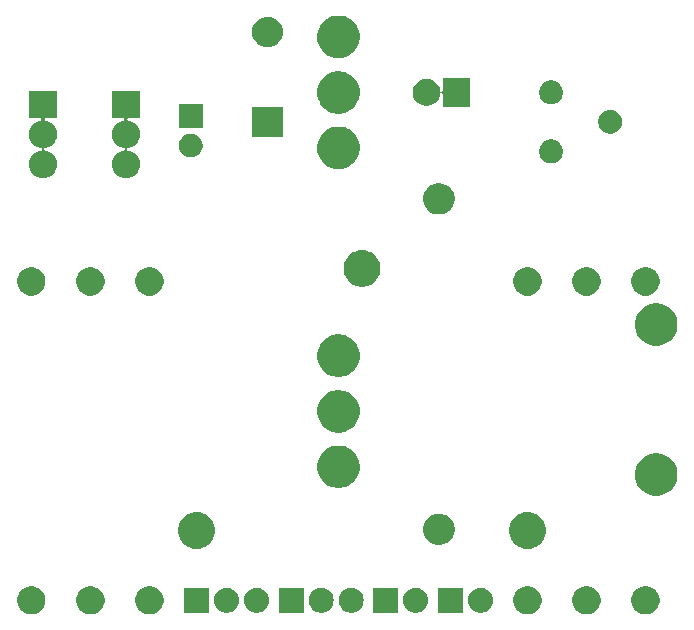
<source format=gbr>
G04 #@! TF.GenerationSoftware,KiCad,Pcbnew,(5.0.1-3-g963ef8bb5)*
G04 #@! TF.CreationDate,2019-04-18T21:55:15-06:00*
G04 #@! TF.ProjectId,NuisanceEngine,4E756973616E6365456E67696E652E6B,rev?*
G04 #@! TF.SameCoordinates,Original*
G04 #@! TF.FileFunction,Soldermask,Bot*
G04 #@! TF.FilePolarity,Negative*
%FSLAX46Y46*%
G04 Gerber Fmt 4.6, Leading zero omitted, Abs format (unit mm)*
G04 Created by KiCad (PCBNEW (5.0.1-3-g963ef8bb5)) date Thursday, 18 April 2019 at 21:55:15*
%MOMM*%
%LPD*%
G01*
G04 APERTURE LIST*
%ADD10C,0.100000*%
G04 APERTURE END LIST*
D10*
G36*
X106350026Y-96846115D02*
X106568412Y-96936573D01*
X106764958Y-97067901D01*
X106932099Y-97235042D01*
X107063427Y-97431588D01*
X107153885Y-97649974D01*
X107200000Y-97881809D01*
X107200000Y-98118191D01*
X107153885Y-98350026D01*
X107063427Y-98568412D01*
X106932099Y-98764958D01*
X106764958Y-98932099D01*
X106568412Y-99063427D01*
X106350026Y-99153885D01*
X106118191Y-99200000D01*
X105881809Y-99200000D01*
X105649974Y-99153885D01*
X105431588Y-99063427D01*
X105235042Y-98932099D01*
X105067901Y-98764958D01*
X104936573Y-98568412D01*
X104846115Y-98350026D01*
X104800000Y-98118191D01*
X104800000Y-97881809D01*
X104846115Y-97649974D01*
X104936573Y-97431588D01*
X105067901Y-97235042D01*
X105235042Y-97067901D01*
X105431588Y-96936573D01*
X105649974Y-96846115D01*
X105881809Y-96800000D01*
X106118191Y-96800000D01*
X106350026Y-96846115D01*
X106350026Y-96846115D01*
G37*
G36*
X101350026Y-96846115D02*
X101568412Y-96936573D01*
X101764958Y-97067901D01*
X101932099Y-97235042D01*
X102063427Y-97431588D01*
X102153885Y-97649974D01*
X102200000Y-97881809D01*
X102200000Y-98118191D01*
X102153885Y-98350026D01*
X102063427Y-98568412D01*
X101932099Y-98764958D01*
X101764958Y-98932099D01*
X101568412Y-99063427D01*
X101350026Y-99153885D01*
X101118191Y-99200000D01*
X100881809Y-99200000D01*
X100649974Y-99153885D01*
X100431588Y-99063427D01*
X100235042Y-98932099D01*
X100067901Y-98764958D01*
X99936573Y-98568412D01*
X99846115Y-98350026D01*
X99800000Y-98118191D01*
X99800000Y-97881809D01*
X99846115Y-97649974D01*
X99936573Y-97431588D01*
X100067901Y-97235042D01*
X100235042Y-97067901D01*
X100431588Y-96936573D01*
X100649974Y-96846115D01*
X100881809Y-96800000D01*
X101118191Y-96800000D01*
X101350026Y-96846115D01*
X101350026Y-96846115D01*
G37*
G36*
X96350026Y-96846115D02*
X96568412Y-96936573D01*
X96764958Y-97067901D01*
X96932099Y-97235042D01*
X97063427Y-97431588D01*
X97153885Y-97649974D01*
X97200000Y-97881809D01*
X97200000Y-98118191D01*
X97153885Y-98350026D01*
X97063427Y-98568412D01*
X96932099Y-98764958D01*
X96764958Y-98932099D01*
X96568412Y-99063427D01*
X96350026Y-99153885D01*
X96118191Y-99200000D01*
X95881809Y-99200000D01*
X95649974Y-99153885D01*
X95431588Y-99063427D01*
X95235042Y-98932099D01*
X95067901Y-98764958D01*
X94936573Y-98568412D01*
X94846115Y-98350026D01*
X94800000Y-98118191D01*
X94800000Y-97881809D01*
X94846115Y-97649974D01*
X94936573Y-97431588D01*
X95067901Y-97235042D01*
X95235042Y-97067901D01*
X95431588Y-96936573D01*
X95649974Y-96846115D01*
X95881809Y-96800000D01*
X96118191Y-96800000D01*
X96350026Y-96846115D01*
X96350026Y-96846115D01*
G37*
G36*
X64350026Y-96846115D02*
X64568412Y-96936573D01*
X64764958Y-97067901D01*
X64932099Y-97235042D01*
X65063427Y-97431588D01*
X65153885Y-97649974D01*
X65200000Y-97881809D01*
X65200000Y-98118191D01*
X65153885Y-98350026D01*
X65063427Y-98568412D01*
X64932099Y-98764958D01*
X64764958Y-98932099D01*
X64568412Y-99063427D01*
X64350026Y-99153885D01*
X64118191Y-99200000D01*
X63881809Y-99200000D01*
X63649974Y-99153885D01*
X63431588Y-99063427D01*
X63235042Y-98932099D01*
X63067901Y-98764958D01*
X62936573Y-98568412D01*
X62846115Y-98350026D01*
X62800000Y-98118191D01*
X62800000Y-97881809D01*
X62846115Y-97649974D01*
X62936573Y-97431588D01*
X63067901Y-97235042D01*
X63235042Y-97067901D01*
X63431588Y-96936573D01*
X63649974Y-96846115D01*
X63881809Y-96800000D01*
X64118191Y-96800000D01*
X64350026Y-96846115D01*
X64350026Y-96846115D01*
G37*
G36*
X59350026Y-96846115D02*
X59568412Y-96936573D01*
X59764958Y-97067901D01*
X59932099Y-97235042D01*
X60063427Y-97431588D01*
X60153885Y-97649974D01*
X60200000Y-97881809D01*
X60200000Y-98118191D01*
X60153885Y-98350026D01*
X60063427Y-98568412D01*
X59932099Y-98764958D01*
X59764958Y-98932099D01*
X59568412Y-99063427D01*
X59350026Y-99153885D01*
X59118191Y-99200000D01*
X58881809Y-99200000D01*
X58649974Y-99153885D01*
X58431588Y-99063427D01*
X58235042Y-98932099D01*
X58067901Y-98764958D01*
X57936573Y-98568412D01*
X57846115Y-98350026D01*
X57800000Y-98118191D01*
X57800000Y-97881809D01*
X57846115Y-97649974D01*
X57936573Y-97431588D01*
X58067901Y-97235042D01*
X58235042Y-97067901D01*
X58431588Y-96936573D01*
X58649974Y-96846115D01*
X58881809Y-96800000D01*
X59118191Y-96800000D01*
X59350026Y-96846115D01*
X59350026Y-96846115D01*
G37*
G36*
X54350026Y-96846115D02*
X54568412Y-96936573D01*
X54764958Y-97067901D01*
X54932099Y-97235042D01*
X55063427Y-97431588D01*
X55153885Y-97649974D01*
X55200000Y-97881809D01*
X55200000Y-98118191D01*
X55153885Y-98350026D01*
X55063427Y-98568412D01*
X54932099Y-98764958D01*
X54764958Y-98932099D01*
X54568412Y-99063427D01*
X54350026Y-99153885D01*
X54118191Y-99200000D01*
X53881809Y-99200000D01*
X53649974Y-99153885D01*
X53431588Y-99063427D01*
X53235042Y-98932099D01*
X53067901Y-98764958D01*
X52936573Y-98568412D01*
X52846115Y-98350026D01*
X52800000Y-98118191D01*
X52800000Y-97881809D01*
X52846115Y-97649974D01*
X52936573Y-97431588D01*
X53067901Y-97235042D01*
X53235042Y-97067901D01*
X53431588Y-96936573D01*
X53649974Y-96846115D01*
X53881809Y-96800000D01*
X54118191Y-96800000D01*
X54350026Y-96846115D01*
X54350026Y-96846115D01*
G37*
G36*
X77050000Y-99050000D02*
X74950000Y-99050000D01*
X74950000Y-96950000D01*
X77050000Y-96950000D01*
X77050000Y-99050000D01*
X77050000Y-99050000D01*
G37*
G36*
X73208707Y-96957596D02*
X73285836Y-96965193D01*
X73417787Y-97005220D01*
X73483763Y-97025233D01*
X73666172Y-97122733D01*
X73826054Y-97253946D01*
X73957267Y-97413828D01*
X74054767Y-97596237D01*
X74054767Y-97596238D01*
X74114807Y-97794164D01*
X74135080Y-98000000D01*
X74114807Y-98205836D01*
X74074780Y-98337787D01*
X74054767Y-98403763D01*
X73957267Y-98586172D01*
X73826054Y-98746054D01*
X73666172Y-98877267D01*
X73483763Y-98974767D01*
X73417787Y-98994780D01*
X73285836Y-99034807D01*
X73208707Y-99042403D01*
X73131580Y-99050000D01*
X73028420Y-99050000D01*
X72951293Y-99042403D01*
X72874164Y-99034807D01*
X72742213Y-98994780D01*
X72676237Y-98974767D01*
X72493828Y-98877267D01*
X72333946Y-98746054D01*
X72202733Y-98586172D01*
X72105233Y-98403763D01*
X72085220Y-98337787D01*
X72045193Y-98205836D01*
X72024920Y-98000000D01*
X72045193Y-97794164D01*
X72105233Y-97596238D01*
X72105233Y-97596237D01*
X72202733Y-97413828D01*
X72333946Y-97253946D01*
X72493828Y-97122733D01*
X72676237Y-97025233D01*
X72742213Y-97005220D01*
X72874164Y-96965193D01*
X72951293Y-96957596D01*
X73028420Y-96950000D01*
X73131580Y-96950000D01*
X73208707Y-96957596D01*
X73208707Y-96957596D01*
G37*
G36*
X70668707Y-96957596D02*
X70745836Y-96965193D01*
X70877787Y-97005220D01*
X70943763Y-97025233D01*
X71126172Y-97122733D01*
X71286054Y-97253946D01*
X71417267Y-97413828D01*
X71514767Y-97596237D01*
X71514767Y-97596238D01*
X71574807Y-97794164D01*
X71595080Y-98000000D01*
X71574807Y-98205836D01*
X71534780Y-98337787D01*
X71514767Y-98403763D01*
X71417267Y-98586172D01*
X71286054Y-98746054D01*
X71126172Y-98877267D01*
X70943763Y-98974767D01*
X70877787Y-98994780D01*
X70745836Y-99034807D01*
X70668707Y-99042403D01*
X70591580Y-99050000D01*
X70488420Y-99050000D01*
X70411293Y-99042403D01*
X70334164Y-99034807D01*
X70202213Y-98994780D01*
X70136237Y-98974767D01*
X69953828Y-98877267D01*
X69793946Y-98746054D01*
X69662733Y-98586172D01*
X69565233Y-98403763D01*
X69545220Y-98337787D01*
X69505193Y-98205836D01*
X69484920Y-98000000D01*
X69505193Y-97794164D01*
X69565233Y-97596238D01*
X69565233Y-97596237D01*
X69662733Y-97413828D01*
X69793946Y-97253946D01*
X69953828Y-97122733D01*
X70136237Y-97025233D01*
X70202213Y-97005220D01*
X70334164Y-96965193D01*
X70411293Y-96957596D01*
X70488420Y-96950000D01*
X70591580Y-96950000D01*
X70668707Y-96957596D01*
X70668707Y-96957596D01*
G37*
G36*
X69050000Y-99050000D02*
X66950000Y-99050000D01*
X66950000Y-96950000D01*
X69050000Y-96950000D01*
X69050000Y-99050000D01*
X69050000Y-99050000D01*
G37*
G36*
X92168707Y-96957596D02*
X92245836Y-96965193D01*
X92377787Y-97005220D01*
X92443763Y-97025233D01*
X92626172Y-97122733D01*
X92786054Y-97253946D01*
X92917267Y-97413828D01*
X93014767Y-97596237D01*
X93014767Y-97596238D01*
X93074807Y-97794164D01*
X93095080Y-98000000D01*
X93074807Y-98205836D01*
X93034780Y-98337787D01*
X93014767Y-98403763D01*
X92917267Y-98586172D01*
X92786054Y-98746054D01*
X92626172Y-98877267D01*
X92443763Y-98974767D01*
X92377787Y-98994780D01*
X92245836Y-99034807D01*
X92168707Y-99042403D01*
X92091580Y-99050000D01*
X91988420Y-99050000D01*
X91911293Y-99042403D01*
X91834164Y-99034807D01*
X91702213Y-98994780D01*
X91636237Y-98974767D01*
X91453828Y-98877267D01*
X91293946Y-98746054D01*
X91162733Y-98586172D01*
X91065233Y-98403763D01*
X91045220Y-98337787D01*
X91005193Y-98205836D01*
X90984920Y-98000000D01*
X91005193Y-97794164D01*
X91065233Y-97596238D01*
X91065233Y-97596237D01*
X91162733Y-97413828D01*
X91293946Y-97253946D01*
X91453828Y-97122733D01*
X91636237Y-97025233D01*
X91702213Y-97005220D01*
X91834164Y-96965193D01*
X91911293Y-96957596D01*
X91988420Y-96950000D01*
X92091580Y-96950000D01*
X92168707Y-96957596D01*
X92168707Y-96957596D01*
G37*
G36*
X90550000Y-99050000D02*
X88450000Y-99050000D01*
X88450000Y-96950000D01*
X90550000Y-96950000D01*
X90550000Y-99050000D01*
X90550000Y-99050000D01*
G37*
G36*
X81208707Y-96957596D02*
X81285836Y-96965193D01*
X81417787Y-97005220D01*
X81483763Y-97025233D01*
X81666172Y-97122733D01*
X81826054Y-97253946D01*
X81957267Y-97413828D01*
X82054767Y-97596237D01*
X82054767Y-97596238D01*
X82114807Y-97794164D01*
X82135080Y-98000000D01*
X82114807Y-98205836D01*
X82074780Y-98337787D01*
X82054767Y-98403763D01*
X81957267Y-98586172D01*
X81826054Y-98746054D01*
X81666172Y-98877267D01*
X81483763Y-98974767D01*
X81417787Y-98994780D01*
X81285836Y-99034807D01*
X81208707Y-99042403D01*
X81131580Y-99050000D01*
X81028420Y-99050000D01*
X80951293Y-99042403D01*
X80874164Y-99034807D01*
X80742213Y-98994780D01*
X80676237Y-98974767D01*
X80493828Y-98877267D01*
X80333946Y-98746054D01*
X80202733Y-98586172D01*
X80105233Y-98403763D01*
X80085220Y-98337787D01*
X80045193Y-98205836D01*
X80024920Y-98000000D01*
X80045193Y-97794164D01*
X80105233Y-97596238D01*
X80105233Y-97596237D01*
X80202733Y-97413828D01*
X80333946Y-97253946D01*
X80493828Y-97122733D01*
X80676237Y-97025233D01*
X80742213Y-97005220D01*
X80874164Y-96965193D01*
X80951293Y-96957596D01*
X81028420Y-96950000D01*
X81131580Y-96950000D01*
X81208707Y-96957596D01*
X81208707Y-96957596D01*
G37*
G36*
X78668707Y-96957596D02*
X78745836Y-96965193D01*
X78877787Y-97005220D01*
X78943763Y-97025233D01*
X79126172Y-97122733D01*
X79286054Y-97253946D01*
X79417267Y-97413828D01*
X79514767Y-97596237D01*
X79514767Y-97596238D01*
X79574807Y-97794164D01*
X79595080Y-98000000D01*
X79574807Y-98205836D01*
X79534780Y-98337787D01*
X79514767Y-98403763D01*
X79417267Y-98586172D01*
X79286054Y-98746054D01*
X79126172Y-98877267D01*
X78943763Y-98974767D01*
X78877787Y-98994780D01*
X78745836Y-99034807D01*
X78668707Y-99042403D01*
X78591580Y-99050000D01*
X78488420Y-99050000D01*
X78411293Y-99042403D01*
X78334164Y-99034807D01*
X78202213Y-98994780D01*
X78136237Y-98974767D01*
X77953828Y-98877267D01*
X77793946Y-98746054D01*
X77662733Y-98586172D01*
X77565233Y-98403763D01*
X77545220Y-98337787D01*
X77505193Y-98205836D01*
X77484920Y-98000000D01*
X77505193Y-97794164D01*
X77565233Y-97596238D01*
X77565233Y-97596237D01*
X77662733Y-97413828D01*
X77793946Y-97253946D01*
X77953828Y-97122733D01*
X78136237Y-97025233D01*
X78202213Y-97005220D01*
X78334164Y-96965193D01*
X78411293Y-96957596D01*
X78488420Y-96950000D01*
X78591580Y-96950000D01*
X78668707Y-96957596D01*
X78668707Y-96957596D01*
G37*
G36*
X85050000Y-99050000D02*
X82950000Y-99050000D01*
X82950000Y-96950000D01*
X85050000Y-96950000D01*
X85050000Y-99050000D01*
X85050000Y-99050000D01*
G37*
G36*
X86668707Y-96957596D02*
X86745836Y-96965193D01*
X86877787Y-97005220D01*
X86943763Y-97025233D01*
X87126172Y-97122733D01*
X87286054Y-97253946D01*
X87417267Y-97413828D01*
X87514767Y-97596237D01*
X87514767Y-97596238D01*
X87574807Y-97794164D01*
X87595080Y-98000000D01*
X87574807Y-98205836D01*
X87534780Y-98337787D01*
X87514767Y-98403763D01*
X87417267Y-98586172D01*
X87286054Y-98746054D01*
X87126172Y-98877267D01*
X86943763Y-98974767D01*
X86877787Y-98994780D01*
X86745836Y-99034807D01*
X86668707Y-99042403D01*
X86591580Y-99050000D01*
X86488420Y-99050000D01*
X86411293Y-99042403D01*
X86334164Y-99034807D01*
X86202213Y-98994780D01*
X86136237Y-98974767D01*
X85953828Y-98877267D01*
X85793946Y-98746054D01*
X85662733Y-98586172D01*
X85565233Y-98403763D01*
X85545220Y-98337787D01*
X85505193Y-98205836D01*
X85484920Y-98000000D01*
X85505193Y-97794164D01*
X85565233Y-97596238D01*
X85565233Y-97596237D01*
X85662733Y-97413828D01*
X85793946Y-97253946D01*
X85953828Y-97122733D01*
X86136237Y-97025233D01*
X86202213Y-97005220D01*
X86334164Y-96965193D01*
X86411293Y-96957596D01*
X86488420Y-96950000D01*
X86591580Y-96950000D01*
X86668707Y-96957596D01*
X86668707Y-96957596D01*
G37*
G36*
X96252481Y-90569855D02*
X96452118Y-90609565D01*
X96640173Y-90687460D01*
X96734201Y-90726408D01*
X96988071Y-90896038D01*
X97203962Y-91111929D01*
X97373592Y-91365799D01*
X97373592Y-91365800D01*
X97490435Y-91647882D01*
X97550000Y-91947338D01*
X97550000Y-92252662D01*
X97490435Y-92552118D01*
X97412540Y-92740173D01*
X97373592Y-92834201D01*
X97203962Y-93088071D01*
X96988071Y-93303962D01*
X96734201Y-93473592D01*
X96640173Y-93512540D01*
X96452118Y-93590435D01*
X96252481Y-93630145D01*
X96152663Y-93650000D01*
X95847337Y-93650000D01*
X95747519Y-93630145D01*
X95547882Y-93590435D01*
X95359827Y-93512540D01*
X95265799Y-93473592D01*
X95011929Y-93303962D01*
X94796038Y-93088071D01*
X94626408Y-92834201D01*
X94587460Y-92740173D01*
X94509565Y-92552118D01*
X94450000Y-92252662D01*
X94450000Y-91947338D01*
X94509565Y-91647882D01*
X94626408Y-91365800D01*
X94626408Y-91365799D01*
X94796038Y-91111929D01*
X95011929Y-90896038D01*
X95265799Y-90726408D01*
X95359827Y-90687460D01*
X95547882Y-90609565D01*
X95747519Y-90569855D01*
X95847337Y-90550000D01*
X96152663Y-90550000D01*
X96252481Y-90569855D01*
X96252481Y-90569855D01*
G37*
G36*
X68252481Y-90569855D02*
X68452118Y-90609565D01*
X68640173Y-90687460D01*
X68734201Y-90726408D01*
X68988071Y-90896038D01*
X69203962Y-91111929D01*
X69373592Y-91365799D01*
X69373592Y-91365800D01*
X69490435Y-91647882D01*
X69550000Y-91947338D01*
X69550000Y-92252662D01*
X69490435Y-92552118D01*
X69412540Y-92740173D01*
X69373592Y-92834201D01*
X69203962Y-93088071D01*
X68988071Y-93303962D01*
X68734201Y-93473592D01*
X68640173Y-93512540D01*
X68452118Y-93590435D01*
X68252481Y-93630145D01*
X68152663Y-93650000D01*
X67847337Y-93650000D01*
X67747519Y-93630145D01*
X67547882Y-93590435D01*
X67359827Y-93512540D01*
X67265799Y-93473592D01*
X67011929Y-93303962D01*
X66796038Y-93088071D01*
X66626408Y-92834201D01*
X66587460Y-92740173D01*
X66509565Y-92552118D01*
X66450000Y-92252662D01*
X66450000Y-91947338D01*
X66509565Y-91647882D01*
X66626408Y-91365800D01*
X66626408Y-91365799D01*
X66796038Y-91111929D01*
X67011929Y-90896038D01*
X67265799Y-90726408D01*
X67359827Y-90687460D01*
X67547882Y-90609565D01*
X67747519Y-90569855D01*
X67847337Y-90550000D01*
X68152663Y-90550000D01*
X68252481Y-90569855D01*
X68252481Y-90569855D01*
G37*
G36*
X88888236Y-90720149D02*
X88943112Y-90742879D01*
X89130465Y-90820483D01*
X89130466Y-90820484D01*
X89348466Y-90966147D01*
X89533853Y-91151534D01*
X89533855Y-91151537D01*
X89679517Y-91369535D01*
X89757121Y-91556888D01*
X89779851Y-91611764D01*
X89831000Y-91868907D01*
X89831000Y-92131093D01*
X89779851Y-92388236D01*
X89779850Y-92388238D01*
X89679517Y-92630465D01*
X89679516Y-92630466D01*
X89533853Y-92848466D01*
X89348466Y-93033853D01*
X89348463Y-93033855D01*
X89130465Y-93179517D01*
X88943112Y-93257121D01*
X88888236Y-93279851D01*
X88631093Y-93331000D01*
X88368907Y-93331000D01*
X88111764Y-93279851D01*
X88056888Y-93257121D01*
X87869535Y-93179517D01*
X87651537Y-93033855D01*
X87651534Y-93033853D01*
X87466147Y-92848466D01*
X87320484Y-92630466D01*
X87320483Y-92630465D01*
X87220150Y-92388238D01*
X87220149Y-92388236D01*
X87169000Y-92131093D01*
X87169000Y-91868907D01*
X87220149Y-91611764D01*
X87242879Y-91556888D01*
X87320483Y-91369535D01*
X87466145Y-91151537D01*
X87466147Y-91151534D01*
X87651534Y-90966147D01*
X87869534Y-90820484D01*
X87869535Y-90820483D01*
X88056888Y-90742879D01*
X88111764Y-90720149D01*
X88368907Y-90669000D01*
X88631093Y-90669000D01*
X88888236Y-90720149D01*
X88888236Y-90720149D01*
G37*
G36*
X107309122Y-85596115D02*
X107425041Y-85619173D01*
X107752620Y-85754861D01*
X107891084Y-85847380D01*
X108047436Y-85951851D01*
X108298149Y-86202564D01*
X108495140Y-86497382D01*
X108630827Y-86824960D01*
X108700000Y-87172714D01*
X108700000Y-87527286D01*
X108653885Y-87759122D01*
X108630827Y-87875041D01*
X108495139Y-88202620D01*
X108433319Y-88295140D01*
X108298149Y-88497436D01*
X108047436Y-88748149D01*
X108047433Y-88748151D01*
X107752620Y-88945139D01*
X107425041Y-89080827D01*
X107309122Y-89103885D01*
X107077286Y-89150000D01*
X106722714Y-89150000D01*
X106490878Y-89103885D01*
X106374959Y-89080827D01*
X106047380Y-88945139D01*
X105752567Y-88748151D01*
X105752564Y-88748149D01*
X105501851Y-88497436D01*
X105366681Y-88295140D01*
X105304861Y-88202620D01*
X105169173Y-87875041D01*
X105146115Y-87759122D01*
X105100000Y-87527286D01*
X105100000Y-87172714D01*
X105169173Y-86824960D01*
X105304860Y-86497382D01*
X105501851Y-86202564D01*
X105752564Y-85951851D01*
X105908916Y-85847380D01*
X106047380Y-85754861D01*
X106374959Y-85619173D01*
X106490878Y-85596115D01*
X106722714Y-85550000D01*
X107077286Y-85550000D01*
X107309122Y-85596115D01*
X107309122Y-85596115D01*
G37*
G36*
X80409122Y-84946115D02*
X80525041Y-84969173D01*
X80852620Y-85104861D01*
X81143511Y-85299228D01*
X81147436Y-85301851D01*
X81398149Y-85552564D01*
X81398151Y-85552567D01*
X81595139Y-85847380D01*
X81730827Y-86174959D01*
X81753885Y-86290878D01*
X81800000Y-86522714D01*
X81800000Y-86877286D01*
X81730827Y-87225040D01*
X81595140Y-87552618D01*
X81398149Y-87847436D01*
X81147436Y-88098149D01*
X81147433Y-88098151D01*
X80852620Y-88295139D01*
X80525041Y-88430827D01*
X80409122Y-88453885D01*
X80177286Y-88500000D01*
X79822714Y-88500000D01*
X79590878Y-88453885D01*
X79474959Y-88430827D01*
X79147380Y-88295139D01*
X78852567Y-88098151D01*
X78852564Y-88098149D01*
X78601851Y-87847436D01*
X78404860Y-87552618D01*
X78269173Y-87225040D01*
X78200000Y-86877286D01*
X78200000Y-86522714D01*
X78246115Y-86290878D01*
X78269173Y-86174959D01*
X78404861Y-85847380D01*
X78601849Y-85552567D01*
X78601851Y-85552564D01*
X78852564Y-85301851D01*
X78856489Y-85299228D01*
X79147380Y-85104861D01*
X79474959Y-84969173D01*
X79590878Y-84946115D01*
X79822714Y-84900000D01*
X80177286Y-84900000D01*
X80409122Y-84946115D01*
X80409122Y-84946115D01*
G37*
G36*
X80409122Y-80246115D02*
X80525041Y-80269173D01*
X80852620Y-80404861D01*
X81143511Y-80599228D01*
X81147436Y-80601851D01*
X81398149Y-80852564D01*
X81595140Y-81147382D01*
X81730827Y-81474960D01*
X81800000Y-81822714D01*
X81800000Y-82177286D01*
X81730827Y-82525040D01*
X81595140Y-82852618D01*
X81398149Y-83147436D01*
X81147436Y-83398149D01*
X81147433Y-83398151D01*
X80852620Y-83595139D01*
X80525041Y-83730827D01*
X80409122Y-83753885D01*
X80177286Y-83800000D01*
X79822714Y-83800000D01*
X79590878Y-83753885D01*
X79474959Y-83730827D01*
X79147380Y-83595139D01*
X78852567Y-83398151D01*
X78852564Y-83398149D01*
X78601851Y-83147436D01*
X78404860Y-82852618D01*
X78269173Y-82525040D01*
X78200000Y-82177286D01*
X78200000Y-81822714D01*
X78269173Y-81474960D01*
X78404860Y-81147382D01*
X78601851Y-80852564D01*
X78852564Y-80601851D01*
X78856489Y-80599228D01*
X79147380Y-80404861D01*
X79474959Y-80269173D01*
X79590878Y-80246115D01*
X79822714Y-80200000D01*
X80177286Y-80200000D01*
X80409122Y-80246115D01*
X80409122Y-80246115D01*
G37*
G36*
X80409122Y-75546115D02*
X80525041Y-75569173D01*
X80852620Y-75704861D01*
X80991168Y-75797436D01*
X81147436Y-75901851D01*
X81398149Y-76152564D01*
X81398151Y-76152567D01*
X81550670Y-76380827D01*
X81595140Y-76447382D01*
X81730827Y-76774960D01*
X81800000Y-77122714D01*
X81800000Y-77477286D01*
X81730827Y-77825040D01*
X81595140Y-78152618D01*
X81398149Y-78447436D01*
X81147436Y-78698149D01*
X81147433Y-78698151D01*
X80852620Y-78895139D01*
X80525041Y-79030827D01*
X80409122Y-79053885D01*
X80177286Y-79100000D01*
X79822714Y-79100000D01*
X79590878Y-79053885D01*
X79474959Y-79030827D01*
X79147380Y-78895139D01*
X78852567Y-78698151D01*
X78852564Y-78698149D01*
X78601851Y-78447436D01*
X78404860Y-78152618D01*
X78269173Y-77825040D01*
X78200000Y-77477286D01*
X78200000Y-77122714D01*
X78269173Y-76774960D01*
X78404860Y-76447382D01*
X78449331Y-76380827D01*
X78601849Y-76152567D01*
X78601851Y-76152564D01*
X78852564Y-75901851D01*
X79008832Y-75797436D01*
X79147380Y-75704861D01*
X79474959Y-75569173D01*
X79590878Y-75546115D01*
X79822714Y-75500000D01*
X80177286Y-75500000D01*
X80409122Y-75546115D01*
X80409122Y-75546115D01*
G37*
G36*
X107309122Y-72896115D02*
X107425041Y-72919173D01*
X107752620Y-73054861D01*
X108043511Y-73249228D01*
X108047436Y-73251851D01*
X108298149Y-73502564D01*
X108298151Y-73502567D01*
X108495139Y-73797380D01*
X108630827Y-74124959D01*
X108700000Y-74472716D01*
X108700000Y-74827284D01*
X108630827Y-75175041D01*
X108495139Y-75502620D01*
X108360006Y-75704860D01*
X108298149Y-75797436D01*
X108047436Y-76048149D01*
X108047433Y-76048151D01*
X107752620Y-76245139D01*
X107425041Y-76380827D01*
X107309122Y-76403885D01*
X107077286Y-76450000D01*
X106722714Y-76450000D01*
X106490878Y-76403885D01*
X106374959Y-76380827D01*
X106047380Y-76245139D01*
X105752567Y-76048151D01*
X105752564Y-76048149D01*
X105501851Y-75797436D01*
X105439994Y-75704860D01*
X105304861Y-75502620D01*
X105169173Y-75175041D01*
X105100000Y-74827284D01*
X105100000Y-74472716D01*
X105169173Y-74124959D01*
X105304861Y-73797380D01*
X105501849Y-73502567D01*
X105501851Y-73502564D01*
X105752564Y-73251851D01*
X105756489Y-73249228D01*
X106047380Y-73054861D01*
X106374959Y-72919173D01*
X106490878Y-72896115D01*
X106722714Y-72850000D01*
X107077286Y-72850000D01*
X107309122Y-72896115D01*
X107309122Y-72896115D01*
G37*
G36*
X106350026Y-69846115D02*
X106568412Y-69936573D01*
X106764958Y-70067901D01*
X106932099Y-70235042D01*
X107063427Y-70431588D01*
X107153885Y-70649974D01*
X107200000Y-70881809D01*
X107200000Y-71118191D01*
X107153885Y-71350026D01*
X107063427Y-71568412D01*
X106932099Y-71764958D01*
X106764958Y-71932099D01*
X106568412Y-72063427D01*
X106350026Y-72153885D01*
X106118191Y-72200000D01*
X105881809Y-72200000D01*
X105649974Y-72153885D01*
X105431588Y-72063427D01*
X105235042Y-71932099D01*
X105067901Y-71764958D01*
X104936573Y-71568412D01*
X104846115Y-71350026D01*
X104800000Y-71118191D01*
X104800000Y-70881809D01*
X104846115Y-70649974D01*
X104936573Y-70431588D01*
X105067901Y-70235042D01*
X105235042Y-70067901D01*
X105431588Y-69936573D01*
X105649974Y-69846115D01*
X105881809Y-69800000D01*
X106118191Y-69800000D01*
X106350026Y-69846115D01*
X106350026Y-69846115D01*
G37*
G36*
X101350026Y-69846115D02*
X101568412Y-69936573D01*
X101764958Y-70067901D01*
X101932099Y-70235042D01*
X102063427Y-70431588D01*
X102153885Y-70649974D01*
X102200000Y-70881809D01*
X102200000Y-71118191D01*
X102153885Y-71350026D01*
X102063427Y-71568412D01*
X101932099Y-71764958D01*
X101764958Y-71932099D01*
X101568412Y-72063427D01*
X101350026Y-72153885D01*
X101118191Y-72200000D01*
X100881809Y-72200000D01*
X100649974Y-72153885D01*
X100431588Y-72063427D01*
X100235042Y-71932099D01*
X100067901Y-71764958D01*
X99936573Y-71568412D01*
X99846115Y-71350026D01*
X99800000Y-71118191D01*
X99800000Y-70881809D01*
X99846115Y-70649974D01*
X99936573Y-70431588D01*
X100067901Y-70235042D01*
X100235042Y-70067901D01*
X100431588Y-69936573D01*
X100649974Y-69846115D01*
X100881809Y-69800000D01*
X101118191Y-69800000D01*
X101350026Y-69846115D01*
X101350026Y-69846115D01*
G37*
G36*
X96350026Y-69846115D02*
X96568412Y-69936573D01*
X96764958Y-70067901D01*
X96932099Y-70235042D01*
X97063427Y-70431588D01*
X97153885Y-70649974D01*
X97200000Y-70881809D01*
X97200000Y-71118191D01*
X97153885Y-71350026D01*
X97063427Y-71568412D01*
X96932099Y-71764958D01*
X96764958Y-71932099D01*
X96568412Y-72063427D01*
X96350026Y-72153885D01*
X96118191Y-72200000D01*
X95881809Y-72200000D01*
X95649974Y-72153885D01*
X95431588Y-72063427D01*
X95235042Y-71932099D01*
X95067901Y-71764958D01*
X94936573Y-71568412D01*
X94846115Y-71350026D01*
X94800000Y-71118191D01*
X94800000Y-70881809D01*
X94846115Y-70649974D01*
X94936573Y-70431588D01*
X95067901Y-70235042D01*
X95235042Y-70067901D01*
X95431588Y-69936573D01*
X95649974Y-69846115D01*
X95881809Y-69800000D01*
X96118191Y-69800000D01*
X96350026Y-69846115D01*
X96350026Y-69846115D01*
G37*
G36*
X64350026Y-69846115D02*
X64568412Y-69936573D01*
X64764958Y-70067901D01*
X64932099Y-70235042D01*
X65063427Y-70431588D01*
X65153885Y-70649974D01*
X65200000Y-70881809D01*
X65200000Y-71118191D01*
X65153885Y-71350026D01*
X65063427Y-71568412D01*
X64932099Y-71764958D01*
X64764958Y-71932099D01*
X64568412Y-72063427D01*
X64350026Y-72153885D01*
X64118191Y-72200000D01*
X63881809Y-72200000D01*
X63649974Y-72153885D01*
X63431588Y-72063427D01*
X63235042Y-71932099D01*
X63067901Y-71764958D01*
X62936573Y-71568412D01*
X62846115Y-71350026D01*
X62800000Y-71118191D01*
X62800000Y-70881809D01*
X62846115Y-70649974D01*
X62936573Y-70431588D01*
X63067901Y-70235042D01*
X63235042Y-70067901D01*
X63431588Y-69936573D01*
X63649974Y-69846115D01*
X63881809Y-69800000D01*
X64118191Y-69800000D01*
X64350026Y-69846115D01*
X64350026Y-69846115D01*
G37*
G36*
X59350026Y-69846115D02*
X59568412Y-69936573D01*
X59764958Y-70067901D01*
X59932099Y-70235042D01*
X60063427Y-70431588D01*
X60153885Y-70649974D01*
X60200000Y-70881809D01*
X60200000Y-71118191D01*
X60153885Y-71350026D01*
X60063427Y-71568412D01*
X59932099Y-71764958D01*
X59764958Y-71932099D01*
X59568412Y-72063427D01*
X59350026Y-72153885D01*
X59118191Y-72200000D01*
X58881809Y-72200000D01*
X58649974Y-72153885D01*
X58431588Y-72063427D01*
X58235042Y-71932099D01*
X58067901Y-71764958D01*
X57936573Y-71568412D01*
X57846115Y-71350026D01*
X57800000Y-71118191D01*
X57800000Y-70881809D01*
X57846115Y-70649974D01*
X57936573Y-70431588D01*
X58067901Y-70235042D01*
X58235042Y-70067901D01*
X58431588Y-69936573D01*
X58649974Y-69846115D01*
X58881809Y-69800000D01*
X59118191Y-69800000D01*
X59350026Y-69846115D01*
X59350026Y-69846115D01*
G37*
G36*
X54350026Y-69846115D02*
X54568412Y-69936573D01*
X54764958Y-70067901D01*
X54932099Y-70235042D01*
X55063427Y-70431588D01*
X55153885Y-70649974D01*
X55200000Y-70881809D01*
X55200000Y-71118191D01*
X55153885Y-71350026D01*
X55063427Y-71568412D01*
X54932099Y-71764958D01*
X54764958Y-71932099D01*
X54568412Y-72063427D01*
X54350026Y-72153885D01*
X54118191Y-72200000D01*
X53881809Y-72200000D01*
X53649974Y-72153885D01*
X53431588Y-72063427D01*
X53235042Y-71932099D01*
X53067901Y-71764958D01*
X52936573Y-71568412D01*
X52846115Y-71350026D01*
X52800000Y-71118191D01*
X52800000Y-70881809D01*
X52846115Y-70649974D01*
X52936573Y-70431588D01*
X53067901Y-70235042D01*
X53235042Y-70067901D01*
X53431588Y-69936573D01*
X53649974Y-69846115D01*
X53881809Y-69800000D01*
X54118191Y-69800000D01*
X54350026Y-69846115D01*
X54350026Y-69846115D01*
G37*
G36*
X82252481Y-68369855D02*
X82452118Y-68409565D01*
X82640173Y-68487460D01*
X82734201Y-68526408D01*
X82988071Y-68696038D01*
X83203962Y-68911929D01*
X83373592Y-69165799D01*
X83373592Y-69165800D01*
X83490435Y-69447882D01*
X83550000Y-69747338D01*
X83550000Y-70052662D01*
X83490435Y-70352118D01*
X83457517Y-70431588D01*
X83373592Y-70634201D01*
X83203962Y-70888071D01*
X82988071Y-71103962D01*
X82734201Y-71273592D01*
X82640173Y-71312540D01*
X82452118Y-71390435D01*
X82252481Y-71430145D01*
X82152663Y-71450000D01*
X81847337Y-71450000D01*
X81747519Y-71430145D01*
X81547882Y-71390435D01*
X81359827Y-71312540D01*
X81265799Y-71273592D01*
X81011929Y-71103962D01*
X80796038Y-70888071D01*
X80626408Y-70634201D01*
X80542483Y-70431588D01*
X80509565Y-70352118D01*
X80450000Y-70052662D01*
X80450000Y-69747338D01*
X80509565Y-69447882D01*
X80626408Y-69165800D01*
X80626408Y-69165799D01*
X80796038Y-68911929D01*
X81011929Y-68696038D01*
X81265799Y-68526408D01*
X81359827Y-68487460D01*
X81547882Y-68409565D01*
X81747519Y-68369855D01*
X81847337Y-68350000D01*
X82152663Y-68350000D01*
X82252481Y-68369855D01*
X82252481Y-68369855D01*
G37*
G36*
X88888236Y-62720149D02*
X88888239Y-62720150D01*
X88888238Y-62720150D01*
X89130465Y-62820483D01*
X89130466Y-62820484D01*
X89348466Y-62966147D01*
X89533853Y-63151534D01*
X89533855Y-63151537D01*
X89679517Y-63369535D01*
X89757121Y-63556888D01*
X89779851Y-63611764D01*
X89831000Y-63868907D01*
X89831000Y-64131093D01*
X89779851Y-64388236D01*
X89779850Y-64388238D01*
X89679517Y-64630465D01*
X89679516Y-64630466D01*
X89533853Y-64848466D01*
X89348466Y-65033853D01*
X89348463Y-65033855D01*
X89130465Y-65179517D01*
X88943112Y-65257121D01*
X88888236Y-65279851D01*
X88631093Y-65331000D01*
X88368907Y-65331000D01*
X88111764Y-65279851D01*
X88056888Y-65257121D01*
X87869535Y-65179517D01*
X87651537Y-65033855D01*
X87651534Y-65033853D01*
X87466147Y-64848466D01*
X87320484Y-64630466D01*
X87320483Y-64630465D01*
X87220150Y-64388238D01*
X87220149Y-64388236D01*
X87169000Y-64131093D01*
X87169000Y-63868907D01*
X87220149Y-63611764D01*
X87242879Y-63556888D01*
X87320483Y-63369535D01*
X87466145Y-63151537D01*
X87466147Y-63151534D01*
X87651534Y-62966147D01*
X87869534Y-62820484D01*
X87869535Y-62820483D01*
X88111762Y-62720150D01*
X88111761Y-62720150D01*
X88111764Y-62720149D01*
X88368907Y-62669000D01*
X88631093Y-62669000D01*
X88888236Y-62720149D01*
X88888236Y-62720149D01*
G37*
G36*
X56200000Y-57152500D02*
X55262551Y-57152500D01*
X55238165Y-57154902D01*
X55214716Y-57162015D01*
X55193105Y-57173566D01*
X55174163Y-57189112D01*
X55158617Y-57208054D01*
X55147066Y-57229665D01*
X55139953Y-57253114D01*
X55137551Y-57277500D01*
X55139953Y-57301886D01*
X55147066Y-57325335D01*
X55158617Y-57346946D01*
X55174163Y-57365888D01*
X55193105Y-57381434D01*
X55214716Y-57392985D01*
X55250298Y-57401898D01*
X55273429Y-57404176D01*
X55382052Y-57437126D01*
X55490677Y-57470077D01*
X55690895Y-57577096D01*
X55866384Y-57721116D01*
X56010404Y-57896605D01*
X56117423Y-58096823D01*
X56117423Y-58096824D01*
X56183324Y-58314071D01*
X56205576Y-58540000D01*
X56183324Y-58765929D01*
X56154019Y-58862534D01*
X56117423Y-58983177D01*
X56010404Y-59183395D01*
X55866384Y-59358884D01*
X55690895Y-59502904D01*
X55490677Y-59609923D01*
X55382053Y-59642873D01*
X55273429Y-59675824D01*
X55185451Y-59684489D01*
X55174151Y-59685602D01*
X55150117Y-59690383D01*
X55127478Y-59699760D01*
X55107104Y-59713374D01*
X55089777Y-59730701D01*
X55076163Y-59751076D01*
X55066785Y-59773715D01*
X55062005Y-59797748D01*
X55062005Y-59822252D01*
X55066786Y-59846286D01*
X55076163Y-59868925D01*
X55089777Y-59889299D01*
X55107104Y-59906626D01*
X55127479Y-59920240D01*
X55150118Y-59929618D01*
X55174151Y-59934398D01*
X55273429Y-59944176D01*
X55370674Y-59973675D01*
X55490677Y-60010077D01*
X55690895Y-60117096D01*
X55866384Y-60261116D01*
X56010404Y-60436605D01*
X56117423Y-60636823D01*
X56183324Y-60854072D01*
X56205576Y-61080000D01*
X56183324Y-61305928D01*
X56117423Y-61523177D01*
X56010404Y-61723395D01*
X55866384Y-61898884D01*
X55690895Y-62042904D01*
X55490677Y-62149923D01*
X55382052Y-62182874D01*
X55273429Y-62215824D01*
X55216991Y-62221383D01*
X55104116Y-62232500D01*
X54895884Y-62232500D01*
X54783009Y-62221383D01*
X54726571Y-62215824D01*
X54617948Y-62182874D01*
X54509323Y-62149923D01*
X54309105Y-62042904D01*
X54133616Y-61898884D01*
X53989596Y-61723395D01*
X53882577Y-61523177D01*
X53816676Y-61305928D01*
X53794424Y-61080000D01*
X53816676Y-60854072D01*
X53882577Y-60636823D01*
X53989596Y-60436605D01*
X54133616Y-60261116D01*
X54309105Y-60117096D01*
X54509323Y-60010077D01*
X54629326Y-59973675D01*
X54726571Y-59944176D01*
X54825849Y-59934398D01*
X54849883Y-59929617D01*
X54872522Y-59920240D01*
X54892896Y-59906626D01*
X54910223Y-59889299D01*
X54923837Y-59868924D01*
X54933215Y-59846285D01*
X54937995Y-59822252D01*
X54937995Y-59797748D01*
X54933214Y-59773714D01*
X54923837Y-59751075D01*
X54910223Y-59730701D01*
X54892896Y-59713374D01*
X54872521Y-59699760D01*
X54849882Y-59690382D01*
X54825849Y-59685602D01*
X54814549Y-59684489D01*
X54726571Y-59675824D01*
X54617947Y-59642873D01*
X54509323Y-59609923D01*
X54309105Y-59502904D01*
X54133616Y-59358884D01*
X53989596Y-59183395D01*
X53882577Y-58983177D01*
X53845981Y-58862534D01*
X53816676Y-58765929D01*
X53794424Y-58540000D01*
X53816676Y-58314071D01*
X53882577Y-58096824D01*
X53882577Y-58096823D01*
X53989596Y-57896605D01*
X54133616Y-57721116D01*
X54309105Y-57577096D01*
X54509323Y-57470077D01*
X54617948Y-57437126D01*
X54726571Y-57404176D01*
X54749702Y-57401898D01*
X54773735Y-57397117D01*
X54796374Y-57387740D01*
X54816748Y-57374126D01*
X54834075Y-57356799D01*
X54847689Y-57336424D01*
X54857067Y-57313785D01*
X54861847Y-57289752D01*
X54861847Y-57265248D01*
X54857066Y-57241214D01*
X54847689Y-57218575D01*
X54834075Y-57198201D01*
X54816748Y-57180874D01*
X54796373Y-57167260D01*
X54773734Y-57157882D01*
X54737449Y-57152500D01*
X53800000Y-57152500D01*
X53800000Y-54847500D01*
X56200000Y-54847500D01*
X56200000Y-57152500D01*
X56200000Y-57152500D01*
G37*
G36*
X63200000Y-57152500D02*
X62262551Y-57152500D01*
X62238165Y-57154902D01*
X62214716Y-57162015D01*
X62193105Y-57173566D01*
X62174163Y-57189112D01*
X62158617Y-57208054D01*
X62147066Y-57229665D01*
X62139953Y-57253114D01*
X62137551Y-57277500D01*
X62139953Y-57301886D01*
X62147066Y-57325335D01*
X62158617Y-57346946D01*
X62174163Y-57365888D01*
X62193105Y-57381434D01*
X62214716Y-57392985D01*
X62250298Y-57401898D01*
X62273429Y-57404176D01*
X62382052Y-57437126D01*
X62490677Y-57470077D01*
X62690895Y-57577096D01*
X62866384Y-57721116D01*
X63010404Y-57896605D01*
X63117423Y-58096823D01*
X63117423Y-58096824D01*
X63183324Y-58314071D01*
X63205576Y-58540000D01*
X63183324Y-58765929D01*
X63154019Y-58862534D01*
X63117423Y-58983177D01*
X63010404Y-59183395D01*
X62866384Y-59358884D01*
X62690895Y-59502904D01*
X62490677Y-59609923D01*
X62382053Y-59642873D01*
X62273429Y-59675824D01*
X62185451Y-59684489D01*
X62174151Y-59685602D01*
X62150117Y-59690383D01*
X62127478Y-59699760D01*
X62107104Y-59713374D01*
X62089777Y-59730701D01*
X62076163Y-59751076D01*
X62066785Y-59773715D01*
X62062005Y-59797748D01*
X62062005Y-59822252D01*
X62066786Y-59846286D01*
X62076163Y-59868925D01*
X62089777Y-59889299D01*
X62107104Y-59906626D01*
X62127479Y-59920240D01*
X62150118Y-59929618D01*
X62174151Y-59934398D01*
X62273429Y-59944176D01*
X62370674Y-59973675D01*
X62490677Y-60010077D01*
X62690895Y-60117096D01*
X62866384Y-60261116D01*
X63010404Y-60436605D01*
X63117423Y-60636823D01*
X63183324Y-60854072D01*
X63205576Y-61080000D01*
X63183324Y-61305928D01*
X63117423Y-61523177D01*
X63010404Y-61723395D01*
X62866384Y-61898884D01*
X62690895Y-62042904D01*
X62490677Y-62149923D01*
X62382052Y-62182874D01*
X62273429Y-62215824D01*
X62216991Y-62221383D01*
X62104116Y-62232500D01*
X61895884Y-62232500D01*
X61783009Y-62221383D01*
X61726571Y-62215824D01*
X61617948Y-62182874D01*
X61509323Y-62149923D01*
X61309105Y-62042904D01*
X61133616Y-61898884D01*
X60989596Y-61723395D01*
X60882577Y-61523177D01*
X60816676Y-61305928D01*
X60794424Y-61080000D01*
X60816676Y-60854072D01*
X60882577Y-60636823D01*
X60989596Y-60436605D01*
X61133616Y-60261116D01*
X61309105Y-60117096D01*
X61509323Y-60010077D01*
X61629326Y-59973675D01*
X61726571Y-59944176D01*
X61825849Y-59934398D01*
X61849883Y-59929617D01*
X61872522Y-59920240D01*
X61892896Y-59906626D01*
X61910223Y-59889299D01*
X61923837Y-59868924D01*
X61933215Y-59846285D01*
X61937995Y-59822252D01*
X61937995Y-59797748D01*
X61933214Y-59773714D01*
X61923837Y-59751075D01*
X61910223Y-59730701D01*
X61892896Y-59713374D01*
X61872521Y-59699760D01*
X61849882Y-59690382D01*
X61825849Y-59685602D01*
X61814549Y-59684489D01*
X61726571Y-59675824D01*
X61617947Y-59642873D01*
X61509323Y-59609923D01*
X61309105Y-59502904D01*
X61133616Y-59358884D01*
X60989596Y-59183395D01*
X60882577Y-58983177D01*
X60845981Y-58862534D01*
X60816676Y-58765929D01*
X60794424Y-58540000D01*
X60816676Y-58314071D01*
X60882577Y-58096824D01*
X60882577Y-58096823D01*
X60989596Y-57896605D01*
X61133616Y-57721116D01*
X61309105Y-57577096D01*
X61509323Y-57470077D01*
X61617948Y-57437126D01*
X61726571Y-57404176D01*
X61749702Y-57401898D01*
X61773735Y-57397117D01*
X61796374Y-57387740D01*
X61816748Y-57374126D01*
X61834075Y-57356799D01*
X61847689Y-57336424D01*
X61857067Y-57313785D01*
X61861847Y-57289752D01*
X61861847Y-57265248D01*
X61857066Y-57241214D01*
X61847689Y-57218575D01*
X61834075Y-57198201D01*
X61816748Y-57180874D01*
X61796373Y-57167260D01*
X61773734Y-57157882D01*
X61737449Y-57152500D01*
X60800000Y-57152500D01*
X60800000Y-54847500D01*
X63200000Y-54847500D01*
X63200000Y-57152500D01*
X63200000Y-57152500D01*
G37*
G36*
X80409122Y-57946115D02*
X80525041Y-57969173D01*
X80852620Y-58104861D01*
X80910956Y-58143840D01*
X81147436Y-58301851D01*
X81398149Y-58552564D01*
X81398151Y-58552567D01*
X81595139Y-58847380D01*
X81730827Y-59174959D01*
X81738888Y-59215484D01*
X81800000Y-59522714D01*
X81800000Y-59877286D01*
X81780827Y-59973675D01*
X81730827Y-60225041D01*
X81595139Y-60552620D01*
X81400772Y-60843511D01*
X81398149Y-60847436D01*
X81147436Y-61098149D01*
X81147433Y-61098151D01*
X80852620Y-61295139D01*
X80525041Y-61430827D01*
X80409122Y-61453885D01*
X80177286Y-61500000D01*
X79822714Y-61500000D01*
X79590878Y-61453885D01*
X79474959Y-61430827D01*
X79147380Y-61295139D01*
X78852567Y-61098151D01*
X78852564Y-61098149D01*
X78601851Y-60847436D01*
X78599228Y-60843511D01*
X78404861Y-60552620D01*
X78269173Y-60225041D01*
X78219173Y-59973675D01*
X78200000Y-59877286D01*
X78200000Y-59522714D01*
X78261112Y-59215484D01*
X78269173Y-59174959D01*
X78404861Y-58847380D01*
X78601849Y-58552567D01*
X78601851Y-58552564D01*
X78852564Y-58301851D01*
X79089044Y-58143840D01*
X79147380Y-58104861D01*
X79474959Y-57969173D01*
X79590878Y-57946115D01*
X79822714Y-57900000D01*
X80177286Y-57900000D01*
X80409122Y-57946115D01*
X80409122Y-57946115D01*
G37*
G36*
X98294603Y-59028813D02*
X98294605Y-59028814D01*
X98294606Y-59028814D01*
X98362503Y-59056938D01*
X98478415Y-59104950D01*
X98643840Y-59215484D01*
X98784516Y-59356160D01*
X98895050Y-59521585D01*
X98971187Y-59705397D01*
X99010000Y-59900522D01*
X99010000Y-60099478D01*
X98971187Y-60294603D01*
X98895050Y-60478415D01*
X98784516Y-60643840D01*
X98643840Y-60784516D01*
X98478415Y-60895050D01*
X98362503Y-60943062D01*
X98294606Y-60971186D01*
X98294605Y-60971186D01*
X98294603Y-60971187D01*
X98099478Y-61010000D01*
X97900522Y-61010000D01*
X97705397Y-60971187D01*
X97705395Y-60971186D01*
X97705394Y-60971186D01*
X97637497Y-60943062D01*
X97521585Y-60895050D01*
X97356160Y-60784516D01*
X97215484Y-60643840D01*
X97104950Y-60478415D01*
X97028813Y-60294603D01*
X96990000Y-60099478D01*
X96990000Y-59900522D01*
X97028813Y-59705397D01*
X97104950Y-59521585D01*
X97215484Y-59356160D01*
X97356160Y-59215484D01*
X97521585Y-59104950D01*
X97637497Y-59056938D01*
X97705394Y-59028814D01*
X97705395Y-59028814D01*
X97705397Y-59028813D01*
X97900522Y-58990000D01*
X98099478Y-58990000D01*
X98294603Y-59028813D01*
X98294603Y-59028813D01*
G37*
G36*
X67675770Y-58515372D02*
X67791689Y-58538429D01*
X67973678Y-58613811D01*
X68137463Y-58723249D01*
X68276751Y-58862537D01*
X68386189Y-59026322D01*
X68461571Y-59208311D01*
X68484628Y-59324230D01*
X68491522Y-59358884D01*
X68500000Y-59401509D01*
X68500000Y-59598491D01*
X68461571Y-59791689D01*
X68386189Y-59973678D01*
X68276751Y-60137463D01*
X68137463Y-60276751D01*
X67973678Y-60386189D01*
X67791689Y-60461571D01*
X67707012Y-60478414D01*
X67598493Y-60500000D01*
X67401507Y-60500000D01*
X67292988Y-60478414D01*
X67208311Y-60461571D01*
X67026322Y-60386189D01*
X66862537Y-60276751D01*
X66723249Y-60137463D01*
X66613811Y-59973678D01*
X66538429Y-59791689D01*
X66500000Y-59598491D01*
X66500000Y-59401509D01*
X66508479Y-59358884D01*
X66515372Y-59324230D01*
X66538429Y-59208311D01*
X66613811Y-59026322D01*
X66723249Y-58862537D01*
X66862537Y-58723249D01*
X67026322Y-58613811D01*
X67208311Y-58538429D01*
X67324230Y-58515372D01*
X67401507Y-58500000D01*
X67598493Y-58500000D01*
X67675770Y-58515372D01*
X67675770Y-58515372D01*
G37*
G36*
X75300000Y-58800000D02*
X72700000Y-58800000D01*
X72700000Y-56200000D01*
X75300000Y-56200000D01*
X75300000Y-58800000D01*
X75300000Y-58800000D01*
G37*
G36*
X103294603Y-56528813D02*
X103294605Y-56528814D01*
X103294606Y-56528814D01*
X103362503Y-56556938D01*
X103478415Y-56604950D01*
X103643840Y-56715484D01*
X103784516Y-56856160D01*
X103895050Y-57021585D01*
X103895050Y-57021586D01*
X103968207Y-57198201D01*
X103971187Y-57205397D01*
X104010000Y-57400522D01*
X104010000Y-57599478D01*
X103971187Y-57794603D01*
X103895050Y-57978415D01*
X103784516Y-58143840D01*
X103643840Y-58284516D01*
X103478415Y-58395050D01*
X103362503Y-58443062D01*
X103294606Y-58471186D01*
X103294605Y-58471186D01*
X103294603Y-58471187D01*
X103099478Y-58510000D01*
X102900522Y-58510000D01*
X102705397Y-58471187D01*
X102705395Y-58471186D01*
X102705394Y-58471186D01*
X102637497Y-58443062D01*
X102521585Y-58395050D01*
X102356160Y-58284516D01*
X102215484Y-58143840D01*
X102104950Y-57978415D01*
X102028813Y-57794603D01*
X101990000Y-57599478D01*
X101990000Y-57400522D01*
X102028813Y-57205397D01*
X102031794Y-57198201D01*
X102104950Y-57021586D01*
X102104950Y-57021585D01*
X102215484Y-56856160D01*
X102356160Y-56715484D01*
X102521585Y-56604950D01*
X102637497Y-56556938D01*
X102705394Y-56528814D01*
X102705395Y-56528814D01*
X102705397Y-56528813D01*
X102900522Y-56490000D01*
X103099478Y-56490000D01*
X103294603Y-56528813D01*
X103294603Y-56528813D01*
G37*
G36*
X68500000Y-58000000D02*
X66500000Y-58000000D01*
X66500000Y-56000000D01*
X68500000Y-56000000D01*
X68500000Y-58000000D01*
X68500000Y-58000000D01*
G37*
G36*
X80409122Y-53246115D02*
X80525041Y-53269173D01*
X80852620Y-53404861D01*
X81143511Y-53599228D01*
X81147436Y-53601851D01*
X81398149Y-53852564D01*
X81398151Y-53852567D01*
X81595139Y-54147380D01*
X81730827Y-54474959D01*
X81800000Y-54822716D01*
X81800000Y-55177284D01*
X81730827Y-55525041D01*
X81595139Y-55852620D01*
X81515915Y-55971187D01*
X81398149Y-56147436D01*
X81147436Y-56398149D01*
X81147433Y-56398151D01*
X80852620Y-56595139D01*
X80852619Y-56595140D01*
X80852618Y-56595140D01*
X80756674Y-56634881D01*
X80525041Y-56730827D01*
X80409122Y-56753885D01*
X80177286Y-56800000D01*
X79822714Y-56800000D01*
X79590878Y-56753885D01*
X79474959Y-56730827D01*
X79243326Y-56634881D01*
X79147382Y-56595140D01*
X79147381Y-56595140D01*
X79147380Y-56595139D01*
X78852567Y-56398151D01*
X78852564Y-56398149D01*
X78601851Y-56147436D01*
X78484085Y-55971187D01*
X78404861Y-55852620D01*
X78269173Y-55525041D01*
X78200000Y-55177284D01*
X78200000Y-54822716D01*
X78269173Y-54474959D01*
X78404861Y-54147380D01*
X78601849Y-53852567D01*
X78601851Y-53852564D01*
X78852564Y-53601851D01*
X78856489Y-53599228D01*
X79147380Y-53404861D01*
X79474959Y-53269173D01*
X79590878Y-53246115D01*
X79822714Y-53200000D01*
X80177286Y-53200000D01*
X80409122Y-53246115D01*
X80409122Y-53246115D01*
G37*
G36*
X91150000Y-56200000D02*
X88850000Y-56200000D01*
X88850000Y-55175850D01*
X88847598Y-55151464D01*
X88840485Y-55128015D01*
X88828934Y-55106404D01*
X88813388Y-55087462D01*
X88794446Y-55071916D01*
X88772835Y-55060365D01*
X88749386Y-55053252D01*
X88725000Y-55050850D01*
X88700614Y-55053252D01*
X88677165Y-55060365D01*
X88655554Y-55071916D01*
X88636612Y-55087462D01*
X88621066Y-55106404D01*
X88609515Y-55128015D01*
X88602402Y-55151463D01*
X88565806Y-55335443D01*
X88479117Y-55544728D01*
X88353261Y-55733085D01*
X88193085Y-55893261D01*
X88004728Y-56019117D01*
X87795443Y-56105806D01*
X87573266Y-56150000D01*
X87346734Y-56150000D01*
X87124557Y-56105806D01*
X86915272Y-56019117D01*
X86726915Y-55893261D01*
X86566739Y-55733085D01*
X86440883Y-55544728D01*
X86354194Y-55335443D01*
X86310000Y-55113266D01*
X86310000Y-54886734D01*
X86354194Y-54664557D01*
X86440883Y-54455272D01*
X86566739Y-54266915D01*
X86726915Y-54106739D01*
X86915272Y-53980883D01*
X87124557Y-53894194D01*
X87346734Y-53850000D01*
X87573266Y-53850000D01*
X87795443Y-53894194D01*
X88004728Y-53980883D01*
X88193085Y-54106739D01*
X88353261Y-54266915D01*
X88479117Y-54455272D01*
X88565806Y-54664557D01*
X88602402Y-54848537D01*
X88609515Y-54871986D01*
X88621066Y-54893597D01*
X88636612Y-54912539D01*
X88655554Y-54928084D01*
X88677165Y-54939635D01*
X88700614Y-54946748D01*
X88725000Y-54949150D01*
X88749387Y-54946748D01*
X88772836Y-54939635D01*
X88794447Y-54928084D01*
X88813389Y-54912538D01*
X88828934Y-54893596D01*
X88840485Y-54871985D01*
X88847598Y-54848536D01*
X88850000Y-54824150D01*
X88850000Y-53800000D01*
X91150000Y-53800000D01*
X91150000Y-56200000D01*
X91150000Y-56200000D01*
G37*
G36*
X98294603Y-54028813D02*
X98294605Y-54028814D01*
X98294606Y-54028814D01*
X98362503Y-54056938D01*
X98478415Y-54104950D01*
X98643840Y-54215484D01*
X98784516Y-54356160D01*
X98895050Y-54521585D01*
X98971187Y-54705397D01*
X99010000Y-54900522D01*
X99010000Y-55099478D01*
X98971187Y-55294603D01*
X98895050Y-55478415D01*
X98784516Y-55643840D01*
X98643840Y-55784516D01*
X98478415Y-55895050D01*
X98362503Y-55943062D01*
X98294606Y-55971186D01*
X98294605Y-55971186D01*
X98294603Y-55971187D01*
X98099478Y-56010000D01*
X97900522Y-56010000D01*
X97705397Y-55971187D01*
X97705395Y-55971186D01*
X97705394Y-55971186D01*
X97637497Y-55943062D01*
X97521585Y-55895050D01*
X97356160Y-55784516D01*
X97215484Y-55643840D01*
X97104950Y-55478415D01*
X97028813Y-55294603D01*
X96990000Y-55099478D01*
X96990000Y-54900522D01*
X97028813Y-54705397D01*
X97104950Y-54521585D01*
X97215484Y-54356160D01*
X97356160Y-54215484D01*
X97521585Y-54104950D01*
X97637497Y-54056938D01*
X97705394Y-54028814D01*
X97705395Y-54028814D01*
X97705397Y-54028813D01*
X97900522Y-53990000D01*
X98099478Y-53990000D01*
X98294603Y-54028813D01*
X98294603Y-54028813D01*
G37*
G36*
X80409122Y-48546115D02*
X80525041Y-48569173D01*
X80852620Y-48704861D01*
X80985816Y-48793860D01*
X81147436Y-48901851D01*
X81398149Y-49152564D01*
X81398151Y-49152567D01*
X81550187Y-49380104D01*
X81595140Y-49447382D01*
X81730827Y-49774960D01*
X81800000Y-50122714D01*
X81800000Y-50477286D01*
X81774449Y-50605737D01*
X81730827Y-50825041D01*
X81595139Y-51152620D01*
X81576844Y-51180000D01*
X81398149Y-51447436D01*
X81147436Y-51698149D01*
X81147433Y-51698151D01*
X80852620Y-51895139D01*
X80525041Y-52030827D01*
X80409122Y-52053885D01*
X80177286Y-52100000D01*
X79822714Y-52100000D01*
X79590878Y-52053885D01*
X79474959Y-52030827D01*
X79147380Y-51895139D01*
X78852567Y-51698151D01*
X78852564Y-51698149D01*
X78601851Y-51447436D01*
X78423156Y-51180000D01*
X78404861Y-51152620D01*
X78269173Y-50825041D01*
X78225551Y-50605737D01*
X78200000Y-50477286D01*
X78200000Y-50122714D01*
X78269173Y-49774960D01*
X78404860Y-49447382D01*
X78449814Y-49380104D01*
X78601849Y-49152567D01*
X78601851Y-49152564D01*
X78852564Y-48901851D01*
X79014184Y-48793860D01*
X79147380Y-48704861D01*
X79474959Y-48569173D01*
X79590878Y-48546115D01*
X79822714Y-48500000D01*
X80177286Y-48500000D01*
X80409122Y-48546115D01*
X80409122Y-48546115D01*
G37*
G36*
X74254845Y-48598810D02*
X74499896Y-48673145D01*
X74725736Y-48793860D01*
X74923687Y-48956313D01*
X75086140Y-49154264D01*
X75206855Y-49380104D01*
X75281190Y-49625155D01*
X75306290Y-49880000D01*
X75281190Y-50134845D01*
X75206855Y-50379896D01*
X75086140Y-50605736D01*
X74923687Y-50803687D01*
X74725736Y-50966140D01*
X74499896Y-51086855D01*
X74254845Y-51161190D01*
X74063864Y-51180000D01*
X73936136Y-51180000D01*
X73745155Y-51161190D01*
X73500104Y-51086855D01*
X73274264Y-50966140D01*
X73076313Y-50803687D01*
X72913860Y-50605736D01*
X72793145Y-50379896D01*
X72718810Y-50134845D01*
X72693710Y-49880000D01*
X72718810Y-49625155D01*
X72793145Y-49380104D01*
X72913860Y-49154264D01*
X73076313Y-48956313D01*
X73274264Y-48793860D01*
X73500104Y-48673145D01*
X73745155Y-48598810D01*
X73936136Y-48580000D01*
X74063864Y-48580000D01*
X74254845Y-48598810D01*
X74254845Y-48598810D01*
G37*
M02*

</source>
